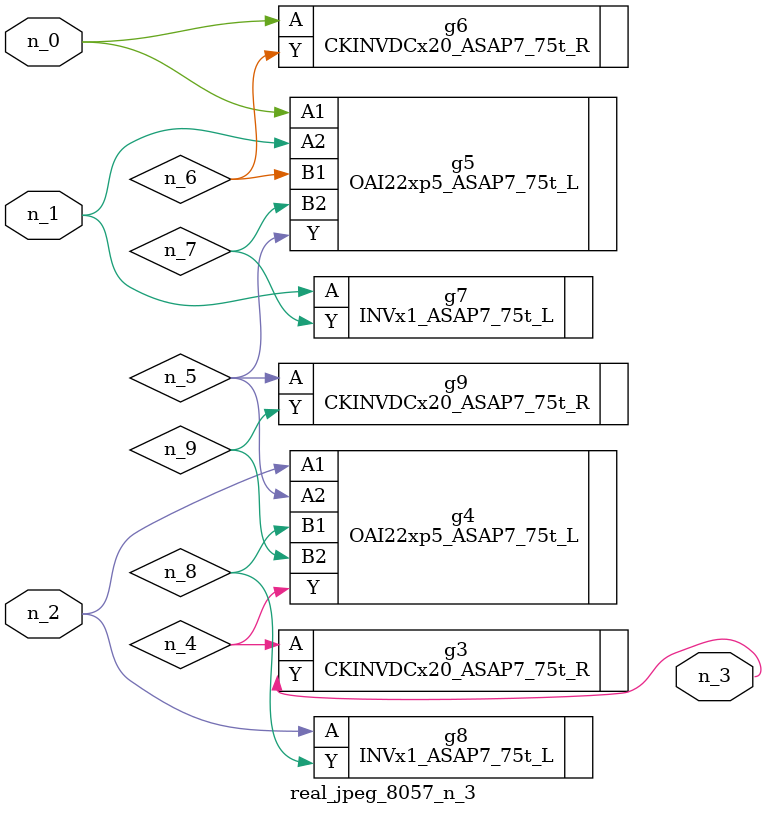
<source format=v>
module real_jpeg_8057_n_3 (n_1, n_0, n_2, n_3);

input n_1;
input n_0;
input n_2;

output n_3;

wire n_5;
wire n_8;
wire n_4;
wire n_6;
wire n_7;
wire n_9;

OAI22xp5_ASAP7_75t_L g5 ( 
.A1(n_0),
.A2(n_1),
.B1(n_6),
.B2(n_7),
.Y(n_5)
);

CKINVDCx20_ASAP7_75t_R g6 ( 
.A(n_0),
.Y(n_6)
);

INVx1_ASAP7_75t_L g7 ( 
.A(n_1),
.Y(n_7)
);

OAI22xp5_ASAP7_75t_L g4 ( 
.A1(n_2),
.A2(n_5),
.B1(n_8),
.B2(n_9),
.Y(n_4)
);

INVx1_ASAP7_75t_L g8 ( 
.A(n_2),
.Y(n_8)
);

CKINVDCx20_ASAP7_75t_R g3 ( 
.A(n_4),
.Y(n_3)
);

CKINVDCx20_ASAP7_75t_R g9 ( 
.A(n_5),
.Y(n_9)
);


endmodule
</source>
